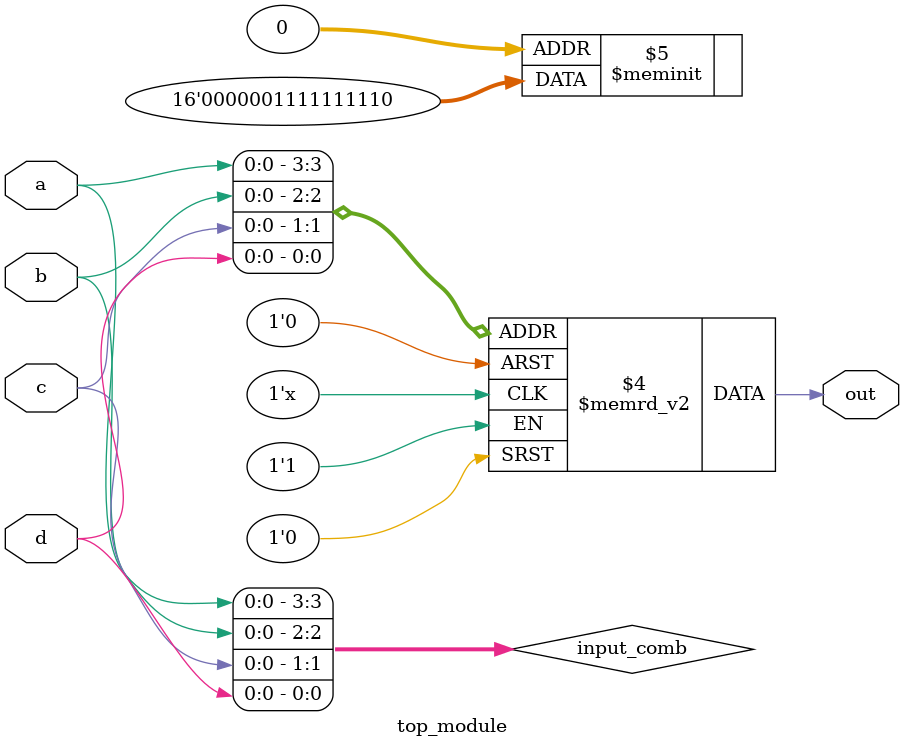
<source format=sv>
module top_module (
    input a, 
    input b,
    input c,
    input d,
    output reg out
);

// Input combination
reg [3:0] input_comb;

always @* begin
    // Combine the input bits into a 4-bit vector
    input_comb = {a, b, c, d};

    // Determine the output based on the input combination
    case(input_comb)
        4'b0000: out = 1'b0;
        4'b0001: out = 1'b1;
        4'b0010: out = 1'b1;
        4'b0011: out = 1'b1;
        4'b0100: out = 1'b1;
        4'b0101: out = 1'b1;
        4'b0110: out = 1'b1;
        4'b0111: out = 1'b1;
        4'b1000: out = 1'b1;
        4'b1001: out = 1'b1;
        4'b1010: out = 1'b0;
        4'b1011: out = 1'b0;
        4'b1100: out = 1'b0;
        4'b1101: out = 1'b0;
        4'b1110: out = 1'b0;
        4'b1111: out = 1'b0;
    endcase
end

endmodule

</source>
